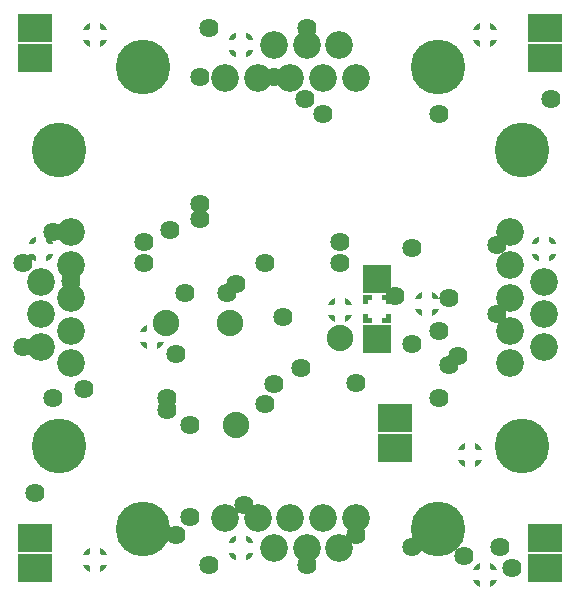
<source format=gbr>
%FSLAX14Y14*%
%MOIN*%
G04 EasyPC Gerber Version 18.0.1 Build 3581 *
%ADD100R,0.09200X0.09200*%
%ADD103C,0.06400*%
%ADD104C,0.08800*%
%ADD97C,0.09200*%
%AMT101*0 Thermal pad*4,1,6,0.03000,0.01600,0.03000,0.03000,0.01600,0.03000,0.01600,0.04600,0.04600,0.04600,0.04600,0.01600,0.03000,0.01600,0*4,1,6,-0.01600,0.03000,-0.03000,0.03000,-0.03000,0.01600,-0.04600,0.01600,-0.04600,0.04600,-0.01600,0.04600,-0.01600,0.03000,0*4,1,6,-0.03000,-0.01600,-0.03000,-0.03000,-0.01600,-0.03000,-0.01600,-0.04600,-0.04600,-0.04600,-0.04600,-0.01600,-0.03000,-0.01600,0*4,1,6,0.01600,-0.03000,0.03000,-0.03000,0.03000,-0.01600,0.04600,-0.01600,0.04600,-0.04600,0.01600,-0.04600,0.01600,-0.03000,0*%
%ADD101T101*%
%AMT105*0 Thermal pad*7,0,0,0.08800,0.05600,0.03200,0*%
%ADD105T105*%
%AMT98*0 Thermal pad*7,0,0,0.09200,0.06000,0.03200,0*%
%ADD98T98*%
%ADD99C,0.18200*%
%ADD107R,0.11200X0.09200*%
X0Y0D02*
D02*
D97*
X1700Y8544D03*
Y9635D03*
Y10725D03*
X2700Y7999D03*
Y9089D03*
Y10180D03*
Y11271D03*
Y12361D03*
X7844Y2855D03*
Y17505D03*
X8934Y2855D03*
Y17505D03*
X9480Y1855D03*
Y18620D03*
X10025Y2855D03*
Y17505D03*
X10570Y1855D03*
Y18620D03*
X11116Y2855D03*
Y17505D03*
X11661Y1855D03*
Y18620D03*
X12206Y2855D03*
Y17505D03*
X17350Y7999D03*
Y9089D03*
Y10180D03*
Y11271D03*
Y12361D03*
X18465Y8544D03*
Y9635D03*
Y10725D03*
D02*
D98*
X1700Y11816D03*
X8389Y1855D03*
Y18620D03*
X18465Y11816D03*
D02*
D99*
X2315Y5260D03*
Y15100D03*
X5105Y2470D03*
Y17890D03*
X14945Y2470D03*
Y17890D03*
X17735Y5260D03*
Y15100D03*
D02*
D100*
X12900Y8805D03*
Y10805D03*
D02*
D101*
Y9805D03*
D02*
D103*
X1125Y8530D03*
Y11330D03*
X1525Y3680D03*
X2125Y6830D03*
Y12380D03*
X2725Y10730D03*
X3150Y7130D03*
X5150Y11330D03*
Y12055D03*
X5925Y6430D03*
Y6830D03*
X6025Y12430D03*
X6225Y2280D03*
Y8305D03*
X6525Y10330D03*
X6675Y2880D03*
Y5930D03*
X7025Y12805D03*
Y13305D03*
Y17530D03*
X7325Y1280D03*
Y19180D03*
X7925Y10330D03*
X8225Y10630D03*
X8475Y3280D03*
X9175Y6630D03*
Y11330D03*
X9475Y7305D03*
Y17530D03*
X9775Y9530D03*
X10375Y7830D03*
X10525Y16805D03*
X10575Y1280D03*
Y19180D03*
X11125Y16305D03*
X11675Y11330D03*
Y12055D03*
X12225Y2280D03*
Y7330D03*
X13525Y10230D03*
X14075Y1880D03*
Y8630D03*
Y11830D03*
X14975Y6830D03*
Y9080D03*
Y16305D03*
X15325Y7930D03*
Y10180D03*
X15625Y8230D03*
X15825Y1580D03*
X16925Y9630D03*
Y11930D03*
X17025Y1880D03*
X17425Y1180D03*
X18700Y16805D03*
D02*
D104*
X5875Y9330D03*
X8025D03*
X8225Y5930D03*
X11675Y8830D03*
D02*
D105*
X3525Y1430D03*
Y18930D03*
X5425Y8880D03*
X11675Y9780D03*
X14575Y9980D03*
X16025Y4930D03*
X16525Y930D03*
Y18930D03*
D02*
D107*
X1525Y1180D03*
Y2180D03*
Y18180D03*
Y19180D03*
X13525Y5180D03*
Y6180D03*
X18525Y1180D03*
Y2180D03*
Y18180D03*
Y19180D03*
X0Y0D02*
M02*

</source>
